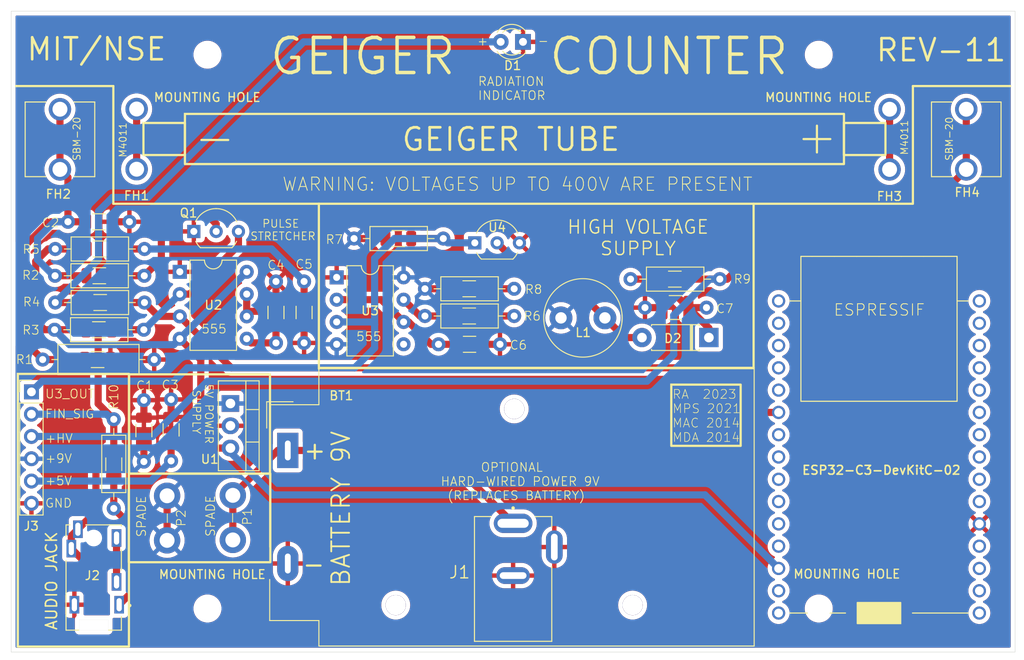
<source format=kicad_pcb>
(kicad_pcb (version 20240108) (generator "pcbnew") (generator_version "8.0")
  (title_block (title "REV-11") (company "Designed by Rhett Applestone") (comment 1 "Project of MIT-NSE"))
  (layers (0 "F.Cu" signal) (31 "B.Cu" signal) (34 "B.Paste" user) (35 "F.Paste" user) (36 "B.SilkS" user "B.Silkscreen") (37 "F.SilkS" user "F.Silkscreen") (38 "B.Mask" user) (39 "F.Mask" user) (44 "Edge.Cuts" user))
  (net 0 "")
  (net 1 "Net-(C2-Pad1)")
  (net 2 "BATT+")
  (net 3 "Net-(U2-CV)")
  (net 4 "Net-(U2-DIS)")
  (net 5 "Net-(U3-THR)")
  (net 6 "Net-(U3-DIS)")
  (net 7 "+9V")
  (net 9 "Net-(D2-K)")
  (net 10 "+5V")
  (net 11 "Net-(D1-A)")
  (net 12 "Net-(D2-A)")
  (net 13 "Net-(J2-Pad1)")
  (net 14 "Net-(Q1-C)")
  (net 15 "Net-(Q1-B)")
  (net 25 "unconnected-(U5-PadP$7)")
  (net 42 "GND")
  (net 44 "+HV")
  (net 45 "U3_OUT")
  (net 46 "FIN_SIG")
  (footprint "36-3530-ND:36-3530-ND" (layer "F.Cu") (at 197.64375 65.405 90)
    (property "Reference" "FH4" (at -6.045 0.10625 180) (layer "F.SilkS"))
    (property "Value" "~" (hide yes))
    (pad "1" thru_hole circle (at -3.43 0 90) (size 2.55 2.55) (drill 1.7) (layers "*.Cu" "*.Mask") (net 44 "+HV"))
    (pad "1" thru_hole circle (at 3.43 0 90) (size 2.55 2.55) (drill 1.7) (layers "*.Cu" "*.Mask") (net 44 "+HV"))
  )
  (footprint "THT-SMD:C_THT_SMD" (layer "F.Cu") (at 98.9 74.8)
    (property "Reference" "C2" (at -5.5 0.1 0) (layer "F.SilkS") (effects (font (thickness 0.1))))
    (property "Value" "47p" (hide yes))
    (pad "1" thru_hole circle (at -3.535446 0) (size 1.6 1.6) (drill 0.8) (layers "*.Cu" "*.Mask") (net 1 "Net-(C2-Pad1)"))
    (pad "1" smd roundrect (at -1.475 0) (size 1.15 1.8) (layers "F.Cu" "F.Paste" "F.Mask") (roundrect_rratio 0.217391) (net 1 "Net-(C2-Pad1)"))
    (pad "2" smd roundrect (at 1.475 0) (size 1.15 1.8) (layers "F.Cu" "F.Paste" "F.Mask") (roundrect_rratio 0.217391) (net 42 "GND"))
    (pad "2" thru_hole oval (at 3.464554 0) (size 1.6 1.6) (drill 0.8) (layers "*.Cu" "*.Mask") (net 42 "GND"))
  )
  (footprint "THT-SMD:R_SMALL" (layer "F.Cu") (at 164.5 81.332)
    (property "Reference" "R9" (at 7.65 -0.004425 0) (layer "F.SilkS") (effects (font (thickness 0.1))))
    (property "Value" "5.1M" (hide yes))
    (pad "1" thru_hole circle (at -5.08 0) (size 1.6 1.6) (drill 0.8) (layers "*.Cu" "*.Mask") (net 9 "Net-(D2-K)"))
    (pad "1" smd roundrect (at -1.5 0) (size 1.125 1.75) (layers "F.Cu" "F.Paste" "F.Mask") (roundrect_rratio 0.222222) (net 9 "Net-(D2-K)"))
    (pad "2" smd roundrect (at 1.425 0) (size 1.125 1.75) (layers "F.Cu" "F.Paste" "F.Mask") (roundrect_rratio 0.222222) (net 44 "+HV"))
    (pad "2" thru_hole oval (at 5.08 0) (size 1.6 1.6) (drill 0.8) (layers "*.Cu" "*.Mask") (net 44 "+HV"))
  )
  (footprint "Diode_THT:D_DO-41_SOD81_P7.62mm_Horizontal" (layer "F.Cu") (at 168.34 87.992 180)
    (property "Reference" "D2" (at 4.11 -0.1 0) (layer "F.SilkS"))
    (property "Value" "BA159" (hide yes))
    (pad "1" thru_hole rect (at 0 0 180) (size 2.2 2.2) (drill 1.1) (layers "*.Cu" "*.Mask") (net 9 "Net-(D2-K)"))
    (pad "2" thru_hole oval (at 7.62 0 180) (size 2.2 2.2) (drill 1.1) (layers "*.Cu" "*.Mask") (net 12 "Net-(D2-A)"))
  )
  (footprint "Inductor_THT:L_Radial_D8.7mm_P5.00mm_Fastron_07HCP" (layer "F.Cu") (at 151.5 85.75)
    (property "Reference" "L1" (at 2.525 1.675 180) (layer "F.SilkS"))
    (property "Value" "1mH")
    (pad "1" thru_hole circle (at 0 0) (size 2.6 2.6) (drill 1.3) (layers "*.Cu" "*.Mask") (net 7 "+9V"))
    (pad "2" thru_hole circle (at 5 0) (size 2.6 2.6) (drill 1.3) (layers "*.Cu" "*.Mask") (net 12 "Net-(D2-A)"))
  )
  (footprint "0197084013:0197084013" (layer "F.Cu") (at 114.14 108.51 90)
    (property "Reference" "P1" (at 0.1016 1.6472 90) (layer "F.SilkS") (effects (font (thickness 0.1))))
    (property "Value" "SPADE" (hide yes))
    (fp_text user "SPADE" (at -2.2352 -1.9596 90) (layer "F.SilkS") (effects (font (thickness 0.1)) (justify left bottom)))
    (pad "1" thru_hole circle (at -2.54 0 90) (size 3 3) (drill 1.7) (layers "*.Cu" "*.Mask") (net 2 "BATT+"))
    (pad "2" thru_hole circle (at 2.54 0 90) (size 3 3) (drill 1.7) (layers "*.Cu" "*.Mask") (net 2 "BATT+"))
  )
  (footprint "THT-SMD:R_SMALL" (layer "F.Cu") (at 98.976069 80.949413)
    (property "Reference" "R2" (at -7.846921 -0.059156 0) (layer "F.SilkS") (effects (font (thickness 0.1))))
    (property "Value" "10k" (hide yes))
    (pad "1" thru_hole circle (at -5.08 0) (size 1.6 1.6) (drill 0.8) (layers "*.Cu" "*.Mask") (net 1 "Net-(C2-Pad1)"))
    (pad "1" smd roundrect (at -1.5 0) (size 1.125 1.75) (layers "F.Cu" "F.Paste" "F.Mask") (roundrect_rratio 0.222222) (net 1 "Net-(C2-Pad1)"))
    (pad "2" smd roundrect (at 1.425 0) (size 1.125 1.75) (layers "F.Cu" "F.Paste" "F.Mask") (roundrect_rratio 0.222222) (net 15 "Net-(Q1-B)"))
    (pad "2" thru_hole oval (at 5.08 0) (size 1.6 1.6) (drill 0.8) (layers "*.Cu" "*.Mask") (net 15 "Net-(Q1-B)"))
  )
  (footprint "Package_DIP:DIP-8_W7.62mm" (layer "F.Cu") (at 125.96 81.135)
    (property "Reference" "U3" (at 3.8 3.8 0) (layer "F.SilkS"))
    (property "Value" "LMC555CN")
    (pad "1" thru_hole rect (at 0 0) (size 1.6 1.6) (drill 0.8) (layers "*.Cu" "*.Mask") (net 42 "GND"))
    (pad "2" thru_hole oval (at 0 2.54) (size 1.6 1.6) (drill 0.8) (layers "*.Cu" "*.Mask") (net 5 "Net-(U3-THR)"))
    (pad "3" thru_hole oval (at 0 5.08) (size 1.6 1.6) (drill 0.8) (layers "*.Cu" "*.Mask") (net 45 "U3_OUT"))
    (pad "4" thru_hole oval (at 0 7.62) (size 1.6 1.6) (drill 0.8) (layers "*.Cu" "*.Mask") (net 7 "+9V"))
    (pad "5" thru_hole oval (at 7.62 7.62) (size 1.6 1.6) (drill 0.8) (layers "*.Cu" "*.Mask"))
    (pad "6" thru_hole oval (at 7.62 5.08) (size 1.6 1.6) (drill 0.8) (layers "*.Cu" "*.Mask") (net 5 "Net-(U3-THR)"))
    (pad "7" thru_hole oval (at 7.62 2.54) (size 1.6 1.6) (drill 0.8) (layers "*.Cu" "*.Mask") (net 6 "Net-(U3-DIS)"))
    (pad "8" thru_hole oval (at 7.62 0) (size 1.6 1.6) (drill 0.8) (layers "*.Cu" "*.Mask") (net 7 "+9V"))
  )
  (footprint "36-3530-ND:36-3530-ND" (layer "F.Cu") (at 188.9125 65.405 90)
    (property "Reference" "FH3" (at -6.5 -0.0125 180) (layer "F.SilkS"))
    (property "Value" "~" (hide yes))
    (pad "1" thru_hole circle (at -3.43 0 90) (size 2.55 2.55) (drill 1.7) (layers "*.Cu" "*.Mask") (net 44 "+HV"))
    (pad "1" thru_hole circle (at 3.43 0 90) (size 2.55 2.55) (drill 1.7) (layers "*.Cu" "*.Mask") (net 44 "+HV"))
  )
  (footprint "THT-SMD:R_SMALL" (layer "F.Cu") (at 133.02 76.71)
    (property "Reference" "R7" (at -7.33 0.11 0) (layer "F.SilkS") (effects (font (thickness 0.1))))
    (property "Value" "10k" (hide yes))
    (pad "1" thru_hole circle (at -5.08 0) (size 1.6 1.6) (drill 0.8) (layers "*.Cu" "*.Mask") (net 7 "+9V"))
    (pad "1" smd roundrect (at -1.5 0) (size 1.125 1.75) (layers "F.Cu" "F.Paste" "F.Mask") (roundrect_rratio 0.222222) (net 7 "+9V"))
    (pad "2" smd roundrect (at 1.425 0) (size 1.125 1.75) (layers "F.Cu" "F.Paste" "F.Mask") (roundrect_rratio 0.222222) (net 45 "U3_OUT"))
    (pad "2" thru_hole oval (at 5.08 0) (size 1.6 1.6) (drill 0.8) (layers "*.Cu" "*.Mask") (net 45 "U3_OUT"))
  )
  (footprint "LED_THT:LED_D3.0mm" (layer "F.Cu") (at 147.175 54.3 180)
    (property "Reference" "D1" (at 1.175 -2.7 0) (layer "F.SilkS"))
    (property "Value" "LED" (hide yes))
    (pad "1" thru_hole rect (at 0 0 180) (size 1.8 1.8) (drill 0.9) (layers "*.Cu" "*.Mask") (net 42 "GND"))
    (pad "2" thru_hole circle (at 2.54 0 180) (size 1.8 1.8) (drill 0.9) (layers "*.Cu" "*.Mask") (net 11 "Net-(D1-A)"))
  )
  (footprint "ESP32-C3-DevKitC-02:ESP32-C3-DevKitC-02" (layer "F.Cu") (at 188.976 101.6)
    (property "Reference" "U5" (hide yes))
    (property "Value" "ESP32-C3-DEVKITC-02HOLES")
    (fp_text user "ESP32-C3-DevKitC-02" (at -1 1.5 0) (layer "F.SilkS") (effects (font (thickness 0.1778) (bold yes))))
    (fp_text user "ESPRESSIF" (at -6.5 -16 0) (layer "F.SilkS") (effects (font (size 1.3 1.3) (thickness 0.1)) (justify left bottom)))
    (pad "P$1" thru_hole circle (at -12.7 -17.78) (size 1.508 1.508) (drill 1) (layers "*.Cu" "*.Mask"))
    (pad "P$2" thru_hole circle (at -12.7 -15.24) (size 1.508 1.508) (drill 1) (layers "*.Cu" "*.Mask"))
    (pad "P$3" thru_hole circle (at -12.7 -12.7) (size 1.508 1.508) (drill 1) (layers "*.Cu" "*.Mask"))
    (pad "P$4" thru_hole circle (at -12.7 -10.16) (size 1.508 1.508) (drill 1) (layers "*.Cu" "*.Mask"))
    (pad "P$5" thru_hole circle (at -12.7 -7.62) (size 1.508 1.508) (drill 1) (layers "*.Cu" "*.Mask"))
    (pad "P$6" thru_hole circle (at -12.7 -5.08) (size 1.508 1.508) (drill 1) (layers "*.Cu" "*.Mask") (net 46 "FIN_SIG"))
    (pad "P$7" thru_hole circle (at -12.7 -2.54) (size 1.508 1.508) (drill 1) (layers "*.Cu" "*.Mask") (net 25 "unconnected-(U5-PadP$7)"))
    (pad "P$8" thru_hole circle (at -12.7 0) (size 1.508 1.508) (drill 1) (layers "*.Cu" "*.Mask"))
    (pad "P$9" thru_hole circle (at -12.7 2.54) (size 1.508 1.508) (drill 1) (layers "*.Cu" "*.Mask"))
    (pad "P$10" thru_hole circle (at -12.7 5.08) (size 1.508 1.508) (drill 1) (layers "*.Cu" "*.Mask"))
    (pad "P$11" thru_hole circle (at -12.7 7.62) (size 1.508 1.508) (drill 1) (layers "*.Cu" "*.Mask"))
    (pad "P$12" thru_hole circle (at -12.7 10.16) (size 1.508 1.508) (drill 1) (layers "*.Cu" "*.Mask"))
    (pad "P$13" thru_hole circle (at -12.7 12.7) (size 1.508 1.508) (drill 1) (layers "*.Cu" "*.Mask") (net 10 "+5V"))
    (pad "P$14" thru_hole circle (at -12.7 15.24) (size 1.508 1.508) (drill 1) (layers "*.Cu" "*.Mask"))
    (pad "P$15" thru_hole circle (at -12.7 17.78) (size 1.508 1.508) (drill 1) (layers "*.Cu" "*.Mask"))
    (pad "P$16" thru_hole circle (at 10.16 -17.78) (size 1.508 1.508) (drill 1) (layers "*.Cu" "*.Mask"))
    (pad "P$17" thru_hole circle (at 10.16 -15.24) (size 1.508 1.508) (drill 1) (layers "*.Cu" "*.Mask"))
    (pad "P$18" thru_hole circle (at 10.16 -12.7) (size 1.508 1.508) (drill 1) (layers "*.Cu" "*.Mask"))
    (pad "P$19" thru_hole circle (at 10.16 -10.16) (size 1.508 1.508) (drill 1) (layers "*.Cu" "*.Mask"))
    (pad "P$20" thru_hole circle (at 10.16 -7.62) (size 1.508 1.508) (drill 1) (layers "*.Cu" "*.Mask"))
    (pad "P$21" thru_hole circle (at 10.16 -5.08) (size 1.508 1.508) (drill 1) (layers "*.Cu" "*.Mask"))
    (pad "P$22" thru_hole circle (at 10.16 -2.54) (size 1.508 1.508) (drill 1) (layers "*.Cu" "*.Mask"))
    (pad "P$23" thru_hole circle (at 10.16 0) (size 1.508 1.508) (drill 1) (layers "*.Cu" "*.Mask"))
    (pad "P$24" thru_hole circle (at 10.16 2.54) (size 1.508 1.508) (drill 1) (layers "*.Cu" "*.Mask"))
    (pad "P$25" thru_hole circle (at 10.16 5.08) (size 1.508 1.508) (drill 1) (layers "*.Cu" "*.Mask"))
    (pad "P$26" thru_hole circle (at 10.16 7.62) (size 1.508 1.508) (drill 1) (layers "*.Cu" "*.Mask") (net 42 "GND"))
    (pad "P$27" thru_hole circle (at 10.16 10.16) (size 1.508 1.508) (drill 1) (layers "*.Cu" "*.Mask"))
    (pad "P$28" thru_hole circle (at 10.16 12.7) (size 1.508 1.508) (drill 1) (layers "*.Cu" "*.Mask"))
    (pad "P$29" thru_hole circle (at 10.16 15.24) (size 1.508 1.508) (drill 1) (layers "*.Cu" "*.Mask"))
    (pad "P$30" thru_hole circle (at 10.16 17.78) (size 1.508 1.508) (drill 1) (layers "*.Cu" "*.Mask"))
  )
  (footprint "THT-SMD:C_THT_SMD" (layer "F.Cu") (at 122.251741 85.135446 -90)
    (property "Reference" "C5" (at -5.5 0 0) (layer "F.SilkS") (effects (font (thickness 0.1))))
    (property "Value" "220n" (hide yes))
    (pad "1" thru_hole circle (at -3.535446 0 270) (size 1.6 1.6) (drill 0.8) (layers "*.Cu" "*.Mask") (net 4 "Net-(U2-DIS)"))
    (pad "1" smd roundrect (at -1.475 0 270) (size 1.15 1.8) (layers "F.Cu" "F.Paste" "F.Mask") (roundrect_rratio 0.217391) (net 4 "Net-(U2-DIS)"))
    (pad "2" smd roundrect (at 1.475 0 270) (size 1.15 1.8) (layers "F.Cu" "F.Paste" "F.Mask") (roundrect_rratio 0.217391) (net 42 "GND"))
    (pad "2" thru_hole oval (at 3.464554 0 270) (size 1.6 1.6) (drill 0.8) (layers "*.Cu" "*.Mask") (net 42 "GND"))
  )
  (footprint "MPD_EJ508A:MPD_EJ508A" (layer "F.Cu") (at 146.05 111.8616)
    (property "Reference" "J1" (at -6.096 2.8702 0) (layer "F.SilkS") (effects (font (size 1.4 1.4))))
    (property "Value" "EJ508A (PWR)" (hide yes))
    (pad "1" thru_hole oval (at 0 -2.705) (size 4.4 2.2) (drill oval 3.56 1.02) (layers "*.Cu" "*.Mask") (net 2 "BATT+"))
    (pad "2" thru_hole oval (at 0 3.25) (size 3.8 1.9) (drill oval 3.05 0.76) (layers "*.Cu" "*.Mask") (net 42 "GND"))
    (pad "3" thru_hole oval (at 4.69 0) (size 1.9 3.8) (drill oval 0.76 3.05) (layers "*.Cu" "*.Mask") (net 42 "GND"))
  )
  (footprint "Connector_PinHeader_2.54mm:PinHeader_1x06_P2.54mm_Vertical" (layer "F.Cu") (at 91.21 94.18)
    (property "Reference" "J3" (at -0.024 15.294 0) (layer "F.SilkS"))
    (property "Value" "~" (hide yes))
    (pad "1" thru_hole rect (at 0 0) (size 1.7 1.7) (drill 1) (layers "*.Cu" "*.Mask") (net 45 "U3_OUT"))
    (pad "2" thru_hole oval (at 0 2.54) (size 1.7 1.7) (drill 1) (layers "*.Cu" "*.Mask") (net 46 "FIN_SIG"))
    (pad "3" thru_hole oval (at 0 5.08) (size 1.7 1.7) (drill 1) (layers "*.Cu" "*.Mask") (net 44 "+HV"))
    (pad "4" thru_hole oval (at 0 7.62) (size 1.7 1.7) (drill 1) (layers "*.Cu" "*.Mask") (net 7 "+9V"))
    (pad "5" thru_hole oval (at 0 10.16) (size 1.7 1.7) (drill 1) (layers "*.Cu" "*.Mask") (net 10 "+5V"))
    (pad "6" thru_hole oval (at 0 12.7) (size 1.7 1.7) (drill 1) (layers "*.Cu" "*.Mask") (net 42 "GND"))
  )
  (footprint "MountingHole:MountingHole_2.7mm" (layer "F.Cu") (at 180.848 118.8625)
    (property "Reference" "MOUNTING HOLE" (at 3.2004 -3.9275 0) (layer "F.SilkS"))
    (property "Value" "MountingHole_2.7mm")
    (pad "" np_thru_hole circle (at 0 0) (size 2.7 2.7) (drill 2.7) (layers "*.Cu" "*.Mask"))
  )
  (footprint "THT-SMD:C_THT_SMD" (layer "F.Cu") (at 119.051741 85.135446 -90)
    (property "Reference" "C4" (at -5.4 0 0) (layer "F.SilkS") (effects (font (thickness 0.1))))
    (property "Value" "10n" (hide yes))
    (pad "1" thru_hole circle (at -3.535446 0 270) (size 1.6 1.6) (drill 0.8) (layers "*.Cu" "*.Mask") (net 42 "GND"))
    (pad "1" smd roundrect (at -1.475 0 270) (size 1.15 1.8) (layers "F.Cu" "F.Paste" "F.Mask") (roundrect_rratio 0.217391) (net 42 "GND"))
    (pad "2" smd roundrect (at 1.475 0 270) (size 1.15 1.8) (layers "F.Cu" "F.Paste" "F.Mask") (roundrect_rratio 0.217391) (net 3 "Net-(U2-CV)"))
    (pad "2" thru_hole oval (at 3.464554 0 270) (size 1.6 1.6) (drill 0.8) (layers "*.Cu" "*.Mask") (net 3 "Net-(U2-CV)"))
  )
  (footprint "MountingHole:MountingHole_2.7mm" (layer "F.Cu") (at 111.252 118.8625)
    (property "Reference" "MOUNTING HOLE" (at 0.548 -3.8767 0) (layer "F.SilkS"))
    (property "Value" "MountingHole_2.7mm")
    (pad "" np_thru_hole circle (at 0 0) (size 2.7 2.7) (drill 2.7) (layers "*.Cu" "*.Mask"))
  )
  (footprint "THT-SMD:CHV" (layer "F.Cu") (at 164.35 84.582 180)
    (property "Reference" "C7" (at -5.802564 -0.11 0) (layer "F.SilkS") (effects (font (thickness 0.1))))
    (property "Value" "4.7n" (hide yes))
    (pad "1" thru_hole circle (at -3.714871 0 180) (size 1.6 1.6) (drill 0.8) (layers "*.Cu" "*.Mask") (net 9 "Net-(D2-K)"))
    (pad "1" smd roundrect (at -1.654425 0 180) (size 1.15 2.7) (layers "F.Cu" "F.Paste" "F.Mask") (roundrect_rratio 0.217391) (net 9 "Net-(D2-K)"))
    (pad "2" smd roundrect (at 1.295575 0 180) (size 1.15 2.7) (layers "F.Cu" "F.Paste" "F.Mask") (roundrect_rratio 0.217391) (net 42 "GND"))
    (pad "2" thru_hole oval (at 3.285129 0 180) (size 1.6 1.6) (drill 0.8) (layers "*.Cu" "*.Mask") (net 42 "GND"))
  )
  (footprint "36-3530-ND:36-3530-ND" (layer "F.Cu") (at 94.45625 65.405 -90)
    (property "Reference" "FH2" (at 6.245 0.18125 180) (layer "F.SilkS"))
    (property "Value" "~" (hide yes))
    (pad "1" thru_hole circle (at -3.43 0 270) (size 2.55 2.55) (drill 1.7) (layers "*.Cu" "*.Mask") (net 1 "Net-(C2-Pad1)"))
    (pad "1" thru_hole circle (at 3.43 0 270) (size 2.55 2.55) (drill 1.7) (layers "*.Cu" "*.Mask") (net 1 "Net-(C2-Pad1)"))
  )
  (footprint "THT-SMD:C_THT_SMD" (layer "F.Cu") (at 107.11 98.51 90)
    (property "Reference" "C3" (at 5.117003 -0.097609 0) (layer "F.SilkS") (effects (font (thickness 0.1))))
    (property "Value" "10u" (hide yes))
    (pad "1" thru_hole circle (at -3.535446 0 90) (size 1.6 1.6) (drill 0.8) (layers "*.Cu" "*.Mask") (net 10 "+5V"))
    (pad "1" smd roundrect (at -1.475 0 90) (size 1.15 1.8) (layers "F.Cu" "F.Paste" "F.Mask") (roundrect_rratio 0.217391) (net 10 "+5V"))
    (pad "2" smd roundrect (at 1.475 0 90) (size 1.15 1.8) (layers "F.Cu" "F.Paste" "F.Mask") (roundrect_rratio 0.217391) (net 42 "GND"))
    (pad "2" thru_hole oval (at 3.464554 0 90) (size 1.6 1.6) (drill 0.8) (layers "*.Cu" "*.Mask") (net 42 "GND"))
  )
  (footprint "Package_TO_SOT_THT:TO-92_Inline_Wide" (layer "F.Cu") (at 109.7 75.9)
    (property "Reference" "Q1" (at -0.6 -2.1 0) (layer "F.SilkS"))
    (property "Value" "2N3904")
    (pad "1" thru_hole rect (at 0 0) (size 1.5 1.5) (drill 0.8) (layers "*.Cu" "*.Mask") (net 42 "GND"))
    (pad "2" thru_hole circle (at 2.54 0) (size 1.5 1.5) (drill 0.8) (layers "*.Cu" "*.Mask") (net 15 "Net-(Q1-B)"))
    (pad "3" thru_hole circle (at 5.08 0) (size 1.5 1.5) (drill 0.8) (layers "*.Cu" "*.Mask") (net 14 "Net-(Q1-C)"))
  )
  (footprint "THT-SMD:R_SMALL" (layer "F.Cu") (at 99 77.9)
    (property "Reference" "R5" (at -7.821921 0.040844 0) (layer "F.SilkS") (effects (font (thickness 0.1))))
    (property "Value" "6.2K" (hide yes))
    (pad "1" thru_hole circle (at -5.08 0) (size 1.6 1.6) (drill 0.8) (layers "*.Cu" "*.Mask") (net 10 "+5V"))
    (pad "1" smd roundrect (at -1.5 0) (size 1.125 1.75) (layers "F.Cu" "F.Paste" "F.Mask") (roundrect_rratio 0.222222) (net 10 "+5V"))
    (pad "2" smd roundrect (at 1.425 0) (size 1.125 1.75) (layers "F.Cu" "F.Paste" "F.Mask") (roundrect_rratio 0.222222) (net 4 "Net-(U2-DIS)"))
    (pad "2" thru_hole oval (at 5.08 0) (size 1.6 1.6) (drill 0.8) (layers "*.Cu" "*.Mask") (net 4 "Net-(U2-DIS)"))
  )
  (footprint "0197084013:0197084013" (layer "F.Cu") (at 106.6546 108.5582 90)
    (property "Reference" "P2" (at 0 1.6002 90) (layer "F.SilkS") (effects (font (thickness 0.1))))
    (property "Value" "SPADE" (hide yes))
    (fp_text user "SPADE" (at -2.2352 -2.3368 90) (layer "F.SilkS") (effects (font (thickness 0.1)) (justify left bottom)))
    (pad "1" thru_hole circle (at -2.54 0 90) (size 3 3) (drill 1.7) (layers "*.Cu" "*.Mask") (net 7 "+9V"))
    (pad "2" thru_hole circle (at 2.54 0 90) (size 3 3) (drill 1.7) (layers "*.Cu" "*.Mask") (net 7 "+9V"))
  )
  (footprint "MountingHole:MountingHole_2.7mm" (layer "F.Cu") (at 180.848 55.7625)
    (property "Reference" "MOUNTING HOLE" (at -0.0254 4.8673 0) (layer "F.SilkS"))
    (property "Value" "MountingHole_2.7mm")
    (pad "" np_thru_hole circle (at 0 0) (size 2.7 2.7) (drill 2.7) (layers "*.Cu" "*.Mask"))
  )
  (footprint "Package_TO_SOT_THT:TO-220-3_Vertical" (layer "F.Cu") (at 113.863 95.504 -90)
    (property "Reference" "U1" (at 6.35 2.357 180) (layer "F.SilkS"))
    (property "Value" "NJM78M05FA" (hide yes))
    (pad "1" thru_hole rect (at 0 0 270) (size 1.905 2) (drill 1.1) (layers "*.Cu" "*.Mask") (net 7 "+9V"))
    (pad "2" thru_hole oval (at 2.54 0 270) (size 1.905 2) (drill 1.1) (layers "*.Cu" "*.Mask") (net 42 "GND"))
    (pad "3" thru_hole oval (at 5.08 0 270) (size 1.905 2) (drill 1.1) (layers "*.Cu" "*.Mask") (net 10 "+5V"))
  )
  (footprint "THT-SMD:R_SMALL" (layer "F.Cu") (at 98.925 87.1)
    (property "Reference" "R3" (at -7.771921 0.040844 0) (layer "F.SilkS") (effects (font (thickness 0.1))))
    (property "Value" "1k" (hide yes))
    (pad "1" thru_hole circle (at -5.08 0) (size 1.6 1.6) (drill 0.8) (layers "*.Cu" "*.Mask") (net 10 "+5V"))
    (pad "1" smd roundrect (at -1.5 0) (size 1.125 1.75) (layers "F.Cu" "F.Paste" "F.Mask") (roundrect_rratio 0.222222) (net 10 "+5V"))
    (pad "2" smd roundrect (at 1.425 0) (size 1.125 1.75) (layers "F.Cu" "F.Paste" "F.Mask") (roundrect_rratio 0.222222) (net 14 "Net-(Q1-C)"))
    (pad "2" thru_hole oval (at 5.08 0) (size 1.6 1.6) (drill 0.8) (layers "*.Cu" "*.Mask") (net 14 "Net-(Q1-C)"))
  )
  (footprint "Package_TO_SOT_THT:TO-92_Inline_Wide" (layer "F.Cu") (at 141.69 77.2)
    (property "Reference" "U4" (at 2.54 -1.76 0) (layer "F.SilkS"))
    (property "Value" "STQ" (hide yes))
    (pad "1" thru_hole rect (at 0 0) (size 1.5 1.5) (drill 0.8) (layers "*.Cu" "*.Mask") (net 45 "U3_OUT"))
    (pad "2" thru_hole circle (at 2.54 0) (size 1.5 1.5) (drill 0.8) (layers "*.Cu" "*.Mask") (net 12 "Net-(D2-A)"))
    (pad "3" thru_hole circle (at 5.08 0) (size 1.5 1.5) (drill 0.8) (layers "*.Cu" "*.Mask") (net 42 "GND"))
  )
  (footprint "THT-SMD:R_SMALL" (layer "F.Cu") (at 100.584 102.386 90)
    (property "Reference" "R10" (at 7.632 0 90) (layer "F.SilkS") (effects (font (thickness 0.1))))
    (property "Value" "4.7k" (hide yes))
    (pad "1" thru_hole circle (at -5.08 0 90) (size 1.6 1.6) (drill 0.8) (layers "*.Cu" "*.Mask") (net 13 "Net-(J2-Pad1)"))
    (pad "1" smd roundrect (at -1.5 0 90) (size 1.125 1.75) (layers "F.Cu" "F.Paste" "F.Mask") (roundrect_rratio 0.222222) (net 13 "Net-(J2-Pad1)"))
    (pad "2" smd roundrect (at 1.425 0 90) (size 1.125 1.75) (layers "F.Cu" "F.Paste" "F.Mask") (roundrect_rratio 0.222222) (net 46 "FIN_SIG"))
    (pad "2" thru_hole oval (at 5.08 0 90) (size 1.6 1.6) (drill 0.8) (layers "*.Cu" "*.Mask") (net 46 "FIN_SIG"))
  )
  (footprint "Battery:BatteryHolder_MPD_BA9VPC_1xPP3" (layer "F.Cu") (at 120.396 100.8554)
    (property "Reference" "BT1" (at 6.096 -6.2404 0) (layer "F.SilkS"))
    (property "Value" "Battery" (hide yes))
    (fp_text user "+" (at 1.651 -0.0174 0) (layer "F.SilkS") (effects (font (size 2.032 2.032) (thickness 0.254) (bold yes)) (justify left)))
    (fp_text user "-" (at 1.524 12.962 0) (layer "F.SilkS") (effects (font (size 2.032 2.032) (thickness 0.254)) (justify left)))
    (pad "" np_thru_hole circle (at 12.29 17.62) (size 2.3 2.3) (drill 2.29) (layers "*.Cu" "*.Mask"))
    (pad "" np_thru_hole circle (at 25.78 -4.73) (size 2.3 2.3) (drill 2.29) (layers "*.Cu" "*.Mask"))
    (pad "" np_thru_hole circle (at 39.26 17.62) (size 2.3 2.3) (drill 2.29) (layers "*.Cu" "*.Mask"))
    (pad "1" thru_hole rect (at 0 0) (size 2.41 4.02) (drill oval 0.66 2.27) (layers "*.Cu" "*.Mask") (net 2 "BATT+"))
    (pad "2" thru_hole oval (at 0 12.88) (size 2.41 4.02) (drill oval 0.66 2.27) (layers "*.Cu" "*.Mask") (net 42 "GND"))
  )
  (footprint "THT-SMD:R_SMALL" (layer "F.Cu") (at 141.09 85.535)
    (property "Reference" "R6" (at 7.14 0.01 0) (layer "F.SilkS") (effects (font (thickness 0.1))))
    (property "Value" "R_US" (hide yes))
    (pad "1" thru_hole circle (at -5.08 0) (size 1.6 1.6) (drill 0.8) (layers "*.Cu" "*.Mask") (net 6 "Net-(U3-DIS)"))
    (pad "1" smd roundrect (at -1.5 0) (size 1.125 1.75) (layers "F.Cu" "F.Paste" "F.Mask") (roundrect_rratio 0.222222) (net 6 "Net-(U3-DIS)"))
    (pad "2" smd roundrect (at 1.425 0) (size 1.125 1.75) (layers "F.Cu" "F.Paste" "F.Mask") (roundrect_rratio 0.222222) (net 5 "Net-(U3-THR)"))
    (pad "2" thru_hole oval (at 5.08 0) (size 1.6 1.6) (drill 0.8) (layers "*.Cu" "*.Mask") (net 5 "Net-(U3-THR)"))
  )
  (footprint "THT-SMD:C_THT_SMD" (layer "F.Cu") (at 104.012391 98.592997 90)
    (property "Reference" "C1" (at 5.120997 0.1 0) (layer "F.SilkS") (effects (font (thickness 0.1))))
    (property "Value" "10u" (hide yes))
    (pad "1" thru_hole circle (at -3.535446 0 90) (size 1.6 1.6) (drill 0.8) (layers "*.Cu" "*.Mask") (net 7 "+9V"))
    (pad "1" smd roundrect (at -1.475 0 90) (size 1.15 1.8) (layers "F.Cu" "F.Paste" "F.Mask") (roundrect_rratio 0.217391) (net 7 "+9V"))
    (pad "2" smd roundrect (at 1.475 0 90) (size 1.15 1.8) (layers "F.Cu" "F.Paste" "F.Mask") (roundrect_rratio 0.217391) (net 42 "GND"))
    (pad "2" thru_hole oval (at 3.464554 0 90) (size 1.6 1.6) (drill 0.8) (layers "*.Cu" "*.Mask") (net 42 "GND"))
  )
  (footprint "54-00298:54-00298" (layer "F.Cu") (at 98.298 116.332)
    (property "Reference" "J2" (at -0.1537 -1.2216 0) (layer "F.SilkS"))
    (property "Value" "54-00298" (hide yes))
    (fp_line (start -1.65 3.8) (end 1.65 3.8) (stroke (width 0.01)) (layer "Edge.Cuts"))
    (fp_line (start -1.65 5) (end -1.65 3.8) (stroke (width 0.01)) (layer "Edge.Cuts"))
    (fp_line (start 1.65 3.8) (end 1.65 5) (stroke (width 0.01)) (layer "Edge.Cuts"))
    (fp_line (start 1.65 5) (end -1.65 5) (stroke (width 0.01)) (layer "Edge.Cuts"))
    (pad "" np_thru_hole circle (at 0 -5.5) (size 1.4 1.4) (drill 1.4) (layers "*.Cu" "*.Mask"))
    (pad "1" thru_hole rect (at 2.9 2.1) (size 1.1 2) (drill oval 0.6 1.5) (layers "*.Cu" "*.Mask") (net 13 "Net-(J2-Pad1)"))
    (pad "2" thru_hole rect (at -2.2 2.1) (size 1.1 2) (drill oval 0.6 1.5) (layers "*.Cu" "*.Mask") (net 42 "GND"))
    (pad "3" thru_hole rect (at 2.6 -0.5) (size 1.1 2) (drill oval 0.6 1.5) (layers "*.Cu" "*.Mask") (net 46 "FIN_SIG"))
    (pad "4" thru_hole rect (at -2.55 -4.3) (size 1.1 2) (drill oval 0.6 1.5) (layers "*.Cu" "*.Mask") (net 46 "FIN_SIG"))
    (pad "5" thru_hole rect (at -1.8 -6.5) (size 1.1 2) (drill oval 0.6 1.5) (layers "*.Cu" "*.Mask") (net 46 "FIN_SIG"))
    (pad "6" thru_hole rect (at 2.6 -5.5) (size 1.1 2) (drill oval 0.6 1.5) (layers "*.Cu" "*.Mask") (net 46 "FIN_SIG"))
  )
  (footprint "Package_DIP:DIP-8_W7.62mm" (layer "F.Cu") (at 108.1 80.5)
    (property "Reference" "U2" (at 3.8278 3.793 0) (layer "F.SilkS"))
    (property "Value" "LMC555CN" (hide yes))
    (pad "1" thru_hole rect (at 0 0) (size 1.6 1.6) (drill 0.8) (layers "*.Cu" "*.Mask") (net 42 "GND"))
    (pad "2" thru_hole oval (at 0 2.54) (size 1.6 1.6) (drill 0.8) (layers "*.Cu" "*.Mask") (net 14 "Net-(Q1-C)"))
    (pad "3" thru_hole oval (at 0 5.08) (size 1.6 1.6) (drill 0.8) (layers "*.Cu" "*.Mask") (net 46 "FIN_SIG"))
    (pad "4" thru_hole oval (at 0 7.62) (size 1.6 1.6) (drill 0.8) (layers "*.Cu" "*.Mask") (net 10 "+5V"))
    (pad "5" thru_hole oval (at 7.62 7.62) (size 1.6 1.6) (drill 0.8) (layers "*.Cu" "*.Mask") (net 3 "Net-(U2-CV)"))
    (pad "6" thru_hole oval (at 7.62 5.08) (size 1.6 1.6) (drill 0.8) (layers "*.Cu" "*.Mask") (net 4 "Net-(U2-DIS)"))
    (pad "7" thru_hole oval (at 7.62 2.54) (size 1.6 1.6) (drill 0.8) (layers "*.Cu" "*.Mask") (net 4 "Net-(U2-DIS)"))
    (pad "8" thru_hole oval (at 7.62 0) (size 1.6 1.6) (drill 0.8) (layers "*.Cu" "*.Mask") (net 10 "+5V"))
  )
  (footprint "THT-SMD:C_THT_SMD" (layer "F.Cu") (at 141.09 88.76)
    (property "Reference" "C6" (at 5.56 0.095 0) (layer "F.SilkS") (effects (font (thickness 0.1))))
    (property "Value" "C" (hide yes))
    (pad "1" thru_hole circle (at -3.535446 0) (size 1.6 1.6) (drill 0.8) (layers "*.Cu" "*.Mask") (net 5 "Net-(U3-THR)"))
    (pad "1" smd roundrect (at -1.475 0) (size 1.15 1.8) (layers "F.Cu" "F.Paste" "F.Mask") (roundrect_rratio 0.217391) (net 5 "Net-(U3-THR)"))
    (pad "2" smd roundrect (at 1.475 0) (size 1.15 1.8) (layers "F.Cu" "F.Paste" "F.Mask") (roundrect_rratio 0.217391) (net 42 "GND"))
    (pad "2" thru_hole oval (at 3.464554 0) (size 1.6 1.6) (drill 0.8) (layers "*.Cu" "*.Mask") (net 42 "GND"))
  )
  (footprint "36-3530-ND:36-3530-ND" (layer "F.Cu") (at 103.1875 65.3796 -90)
    (property "Reference" "FH1" (at 6.4454 0.0125 180) (layer "F.SilkS"))
    (property "Value" "~" (hide yes))
    (pad "1" thru_hole circle (at -3.43 0 270) (size 2.55 2.55) (drill 1.7) (layers "*.Cu" "*.Mask") (net 1 "Net-(C2-Pad1)"))
    (pad "1" thru_hole circle (at 3.43 0 270) (size 2.55 2.55) (drill 1.7) (layers "*.Cu" "*.Mask") (net 1 "Net-(C2-Pad1)"))
  )
  (footprint "THT-SMD:R_BIG" (layer "F.Cu") (at 98.8375 90.497071)
    (property "Reference" "R1" (at -8.425 0 0) (layer "F.SilkS") (effects (font (thickness 0.1))))
    (property "Value" "5.1k" (hide yes))
    (pad "1" thru_hole circle (at -6.35 0) (size 1.6 1.6) (drill 0.8) (layers "*.Cu" "*.Mask") (net 1 "Net-(C2-Pad1)"))
    (pad "1" smd roundrect (at -1.5625 0) (size 1.125 1.75) (layers "F.Cu" "F.Paste" "F.Mask") (roundrect_rratio 0.222222) (net 1 "Net-(C2-Pad1)"))
    (pad "2" smd roundrect (at 1.3625 0) (size 1.125 1.75) (layers "F.Cu" "F.Paste" "F.Mask") (roundrect_rratio 0.222222) (net 42 "GND"))
    (pad "2" thru_hole oval (at 6.35 0) (size 1.6 1.6) (drill 0.8) (layers "*.Cu" "*.Mask") (net 42 "GND"))
  )
  (footprint "THT-SMD:R_SMALL" (layer "F.Cu") (at 141.09 82.435)
    (property "Reference" "R8" (at 7.3 0.07 0) (layer "F.SilkS") (effects (font (thickness 0.1))))
    (property "Value" "R_US" (hide yes))
    (pad "1" thru_hole circle (at -5.08 0) (size 1.6 1.6) (drill 0.8) (layers "*.Cu" "*.Mask") (net 7 "+9V"))
    (pad "1" smd roundrect (at -1.5 0) (size 1.125 1.75) (layers "F.Cu" "F.Paste" "F.Mask") (roundrect_rratio 0.222222) (net 7 "+9V"))
    (pad "2" smd roundrect (at 1.425 0) (size 1.125 1.75) (layers "F.Cu" "F.Paste" "F.Mask") (roundrect_rratio 0.222222) (net 6 "Net-(U3-DIS)"))
    (pad "2" thru_hole oval (at 5.08 0) (size 1.6 1.6) (drill 0.8) (layers "*.Cu" "*.Mask") (net 6 "Net-(U3-DIS)"))
  )
  (footprint "MountingHole:MountingHole_2.7mm" (layer "F.Cu") (at 111.252 55.7625)
    (property "Reference" "MOUNTING HOLE" (at -0.0254 4.8673 0) (layer "F.SilkS"))
    (property "Value" "MountingHole_2.7mm")
    (pad "" np_thru_hole circle (at 0 0) (size 2.7 2.7) (drill 2.7) (layers "*.Cu" "*.Mask"))
  )
  (footprint "THT-SMD:R_SMALL" (layer "F.Cu") (at 99 84 180)
    (property "Reference" "R4" (at 7.771921 0.059156 0) (layer "F.SilkS") (effects (font (thickness 0.1))))
    (property "Value" "75" (hide yes))
    (pad "1" thru_hole circle (at -5.08 0 180) (size 1.6 1.6) (drill 0.8) (layers "*.Cu" "*.Mask") (net 46 "FIN_SIG"))
    (pad "1" smd roundrect (at -1.5 0 180) (size 1.125 1.75) (layers "F.Cu" "F.Paste" "F.Mask") (roundrect_rratio 0.222222) (net 46 "FIN_SIG"))
    (pad "2" smd roundrect (at 1.425 0 180) (size 1.125 1.75) (layers "F.Cu" "F.Paste" "F.Mask") (roundrect_rratio 0.222222) (net 11 "Net-(D1-A)"))
    (pad "2" thru_hole oval (at 5.08 0 180) (size 1.6 1.6) (drill 0.8) (layers "*.Cu" "*.Mask") (net 11 "Net-(D1-A)"))
  )
  (gr_line (start 123.936 91.5454) (end 123.936 72.7456) (stroke (width 0.254)) (layer "F.SilkS"))
  (gr_rect (start 164.058 93.355) (end 171.958 100.33) (stroke (width 0.254)) (fill none) (layer "F.SilkS"))
  (gr_line (start 173.4312 91.44) (end 173.4312 72.75) (stroke (width 0.254)) (layer "F.SilkS"))
  (gr_line (start 191.5668 72.7202) (end 191.5668 59.3344) (stroke (width 0.254)) (layer "F.SilkS"))
  (gr_line (start 89.4588 59.3344) (end 100.5332 59.3344) (stroke (width 0.254)) (layer "F.SilkS"))
  (gr_line (start 191.5668 59.3344) (end 202.6412 59.3344) (stroke (width 0.254)) (layer "F.SilkS"))
  (gr_rect (start 102.3018 103.4876) (end 118.4064 113.5888) (stroke (width 0.254)) (fill none) (layer "F.SilkS"))
  (gr_line (start 124 91.44) (end 173.4312 91.44) (stroke (width 0.254)) (layer "F.SilkS"))
  (gr_rect (start 103.9622 63.5381) (end 108.6866 67.1957) (stroke (width 0.254)) (fill none) (layer "F.SilkS"))
  (gr_line (start 106.68 109.0662) (end 106.68 108.0756) (stroke (width 0.1)) (layer "F.SilkS"))
  (gr_line (start 100.5332 59.3344) (end 100.5332 72.7456) (stroke (width 0.254)) (layer "F.SilkS"))
  (gr_rect (start 102.3272 92.1814) (end 118.3708 103.5054) (stroke (width 0.254)) (fill none) (layer "F.SilkS"))
  (gr_line (start 114.1146 109.0307) (end 114.1146 108.0401) (stroke (width 0.1)) (layer "F.SilkS"))
  (gr_line (start 100.5332 72.7456) (end 191.566804 72.7456) (stroke (width 0.254)) (layer "F.SilkS"))
  (gr_rect (start 89.662 92.132) (end 102.31 123.2) (stroke (width 0.254)) (fill none) (layer "F.SilkS"))
  (gr_rect (start 183.7182 63.5381) (end 188.4426 67.1957) (stroke (width 0.254)) (fill none) (layer "F.SilkS"))
  (gr_rect (start 108.6866 62.5094) (end 183.7182 68.2244) (stroke (width 0.254)) (fill none) (layer "F.SilkS"))
  (gr_rect (start 88.9 50.8) (end 203.2 123.825) (stroke (width 0.05)) (fill none) (layer "Edge.Cuts"))
  (gr_text "+5V" (at 92.71 104.902 0) (layer "F.SilkS") (effects (font (size 1 1) (thickness 0.1)) (justify left bottom)))
  (gr_text "MIT/NSE" (at 90.5 56.6 0) (layer "F.SilkS") (effects (font (size 2.5 2.5) (thickness 0.3)) (justify left bottom)))
  (gr_text "+\n" (at 141.9 54.8 0) (layer "F.SilkS") (effects (font (size 1 1) (thickness 0.1)) (justify left bottom)))
  (gr_text "U3_OUT" (at 92.71 94.996 0) (layer "F.SilkS") (effects (font (size 1 1) (thickness 0.1)) (justify left bottom)))
  (gr_text "  PULSE\nSTRETCHER" (at 116.078 76.962 0) (layer "F.SilkS") (effects (font (size 0.889 0.889) (thickness 0.1)) (justify left bottom)))
  (gr_text "SBM-20" (at 196.175 67.9 90) (layer "F.SilkS") (effects (font (size 0.8 0.8) (thickness 0.1)) (justify left bottom)))
  (gr_text "RA  2023\nMPS 2021\nMAC 2014\nMDA 2014" (at 164.133 99.955 0) (layer "F.SilkS") (effects (font (size 1.016 1.016) (thickness 0.0762)) (justify left bottom)))
  (gr_text "RADIATION\nINDICATOR" (at 142 61 0) (layer "F.SilkS") (effects (font (size 1 1) (thickness 0.1)) (justify left bottom)))
  (gr_text "GND" (at 92.71 107.442 0) (layer "F.SilkS") (effects (font (size 1 1) (thickness 0.1)) (justify left bottom)))
  (gr_text "555\n" (at 128.13 88.47 0) (layer "F.SilkS") (effects (font (size 1 1) (thickness 0.1)) (justify left bottom)))
  (gr_text "WARNING: VOLTAGES UP TO 400V ARE PRESENT" (at 119.7 71.4 0) (layer "F.SilkS") (effects (font (size 1.5 1.5) (thickness 0.1)) (justify left bottom)))
  (gr_text "BATTERY 9V\n" (at 127.635 116.459 90) (layer "F.SilkS") (effects (font (size 2.032 2.032) (thickness 0.2032)) (justify left bottom)))
  (gr_text "555\n" (at 110.5 87.6 0) (layer "F.SilkS") (effects (font (size 1 1) (thickness 0.1)) (justify left bottom)))
  (gr_text "M4011" (at 191.075 67.25 90) (layer "F.SilkS") (effects (font (size 0.8 0.8) (thickness 0.1)) (justify left bottom)))
  (gr_text "GEIGER TUBE\n" (at 133.2 66.9 0) (layer "F.SilkS") (effects (font (size 2.54 2.54) (thickness 0.3048)) (justify left bottom)))
  (gr_text "_" (at 110.4 65.6 0) (layer "F.SilkS") (effects (font (size 4 4) (thickness 0.25)) (justify left bottom)))
  (gr_text "AUDIO JACK" (at 94.234 121.412 90) (layer "F.SilkS") (effects (font (size 1.27 1.27) (thickness 0.1778)) (justify left bottom)))
  (gr_text "+9V" (at 92.71 102.362 0) (layer "F.SilkS") (effects (font (size 1 1) (thickness 0.1)) (justify left bottom)))
  (gr_text "GEIGER" (at 118.1 58.3 0) (layer "F.SilkS") (effects (font (size 4 4) (thickness 0.4)) (justify left bottom)))
  (gr_text "-" (at 148.8 54.7624 0) (layer "F.SilkS") (effects (font (size 1 1) (thickness 0.1)) (justify left bottom)))
  (gr_text "      OPTIONAL\nHARD-WIRED POWER 9V\n (REPLACES BATTERY)" (at 137.7442 106.5784 0) (layer "F.SilkS") (effects (font (size 1 1) (thickness 0.1)) (justify left bottom)))
  (gr_text "REV-11" (at 187.2 56.7 0) (layer "F.SilkS") (effects (font (size 2.5 2.5) (thickness 0.3)) (justify left bottom)))
  (gr_text "SBM-20" (at 96.85 67.9 90) (layer "F.SilkS") (effects (font (size 0.8 0.8) (thickness 0.1)) (justify left bottom)))
  (gr_text "HIGH VOLTAGE\nSUPPLY" (at 160.274 78.74 0) (layer "F.SilkS") (effects (font (size 1.524 1.524) (thickness 0.1524)) (justify bottom)))
  (gr_text "+" (at 178 67.4 0) (layer "F.SilkS") (effects (font (size 4 4) (thickness 0.25)) (justify left bottom)))
  (gr_text "5V POWER\n SUPPLY" (at 109.474 93.218 -90) (layer "F.SilkS") (effects (font (size 0.889 0.889) (thickness 0.1)) (justify left bottom)))
  (gr_text "FIN_SIG" (at 92.71 97.282 0) (layer "F.SilkS") (effects (font (size 1 1) (thickness 0.1)) (justify left bottom)))
  (gr_text "+HV" (at 92.71 100.076 0) (layer "F.SilkS") (effects (font (size 1 1) (thickness 0.1)) (justify left bottom)))
  (gr_text "M4011" (at 102.1 67.525 90) (layer "F.SilkS") (effects (font (size 0.8 0.8) (thickness 0.1)) (justify left bottom)))
  (gr_text "COUNTER" (at 149.9 58.3 0) (layer "F.SilkS") (effects (font (size 4 4) (thickness 0.4)) (justify left bottom)))
  (segment (start 93.2 74.8) (end 90.2 77.8) (width 0.8128) (layer "F.Cu") (net 1))
  (segment (start 103.1875 68.8096) (end 103.1875 65.375) (width 0.8128) (layer "F.Cu") (net 1))
  (segment (start 103.1875 65.375) (end 94.48125 65.375) (width 0.8128) (layer "F.Cu") (net 1))
  (segment (start 95.364554 69.743304) (end 94.45625 68.835) (width 0.8128) (layer "F.Cu") (net 1))
  (segment (start 95.364554 74.8) (end 93.2 74.8) (width 0.8128) (layer "F.Cu") (net 1))
  (segment (start 103.1621 68.835) (end 103.1875 68.8096) (width 0.8128) (layer "F.Cu") (net 1))
  (segment (start 94.48125 65.375) (end 94.45625 65.4) (width 0.8128) (layer "F.Cu") (net 1))
  (segment (start 90.2 77.8) (end 90.2 88.209571) (width 0.8128) (layer "F.Cu") (net 1))
  (segment (start 95.364554 74.8) (end 97.425 74.8) (width 0.8128) (layer "F.Cu") (net 1))
  (segment (start 92.4875 90.497071) (end 97.275 90.497071) (width 0.8128) (layer "F.Cu") (net 1))
  (segment (start 94.45625 65.4) (end 94.45625 61.975) (width 0.8128) (layer "F.Cu") (net 1))
  (segment (start 103.1875 65.375) (end 103.1875 61.9496) (width 0.8128) (layer "F.Cu") (net 1))
  (segment (start 93.896069 80.949413) (end 97.476069 80.949413) (width 0.8128) (layer "F.Cu") (net 1))
  (segment (start 94.45625 68.835) (end 94.45625 65.4) (width 0.8128) (layer "F.Cu") (net 1))
  (segment (start 90.2 88.209571) (end 92.4875 90.497071) (width 0.8128) (layer "F.Cu") (net 1))
  (segment (start 95.364554 74.8) (end 95.364554 69.743304) (width 0.8128) (layer "F.Cu") (net 1))
  (segment (start 93.8 74.8) (end 95.364554 74.8) (width 0.8128) (layer "B.Cu") (net 1))
  (segment (start 93.896069 80.949413) (end 93.749413 80.949413) (width 0.8128) (layer "B.Cu") (net 1))
  (segment (start 91.9 76.7) (end 93.8 74.8) (width 0.8128) (layer "B.Cu") (net 1))
  (segment (start 91.9 79.1) (end 91.9 76.7) (width 0.8128) (layer "B.Cu") (net 1))
  (segment (start 93.749413 80.949413) (end 91.9 79.1) (width 0.8128) (layer "B.Cu") (net 1))
  (segment (start 114.14 105.97) (end 114.14 111.05) (width 0.8128) (layer "F.Cu") (net 2))
  (segment (start 119.2546 100.8554) (end 120.396 100.8554) (width 0.8128) (layer "F.Cu") (net 2))
  (segment (start 120.396 100.8554) (end 137.7488 100.8554) (width 0.8128) (layer "F.Cu") (net 2))
  (segment (start 114.14 105.97) (end 119.2546 100.8554) (width 0.8128) (layer "F.Cu") (net 2))
  (segment (start 137.7488 100.8554) (end 146.05 109.1566) (width 0.8128) (layer "F.Cu") (net 2))
  (segment (start 119.051741 88.6) (end 116.2 88.6) (width 0.8128) (layer "F.Cu") (net 3))
  (segment (start 119.051741 88.6) (end 119.051741 86.610446) (width 0.8128) (layer "F.Cu") (net 3))
  (segment (start 116.2 88.6) (end 115.72 88.12) (width 0.8128) (layer "F.Cu") (net 3))
  (segment (start 100.425 77.9) (end 104.08 77.9) (width 0.8128) (layer "F.Cu") (net 4))
  (segment (start 120.912187 85) (end 122.251741 83.660446) (width 0.8128) (layer "F.Cu") (net 4))
  (segment (start 122.251741 83.660446) (end 122.251741 81.6) (width 0.8128) (layer "F.Cu") (net 4))
  (segment (start 115.72 85.58) (end 115.72 83.04) (width 0.8128) (layer "F.Cu") (net 4))
  (segment (start 116.3 85) (end 120.912187 85) (width 0.8128) (layer "F.Cu") (net 4))
  (segment (start 115.72 85.58) (end 116.3 85) (width 0.8128) (layer "F.Cu") (net 4))
  (segment (start 104.08 77.9) (end 118.551741 77.9) (width 0.8128) (layer "B.Cu") (net 4))
  (segment (start 118.551741 77.9) (end 122.251741 81.6) (width 0.8128) (layer "B.Cu") (net 4))
  (segment (start 142.515 85.535) (end 146.17 85.535) (width 0.8128) (layer "F.Cu") (net 5))
  (segment (start 134.155 86.215) (end 133.58 86.215) (width 0.8128) (layer "F.Cu") (net 5))
  (segment (start 137.554554 88.76) (end 139.615 88.76) (width 0.8128) (layer "F.Cu") (net 5))
  (segment (start 139.615 88.435) (end 142.515 85.535) (width 0.8128) (layer "F.Cu") (net 5))
  (segment (start 125.96 83.675) (end 131.04 83.675) (width 0.8128) (layer "F.Cu") (net 5))
  (segment (start 139.615 88.76) (end 139.615 88.435) (width 0.8128) (layer "F.Cu") (net 5))
  (segment (start 131.04 83.675) (end 133.58 86.215) (width 0.8128) (layer "F.Cu") (net 5))
  (segment (start 136.7 88.76) (end 134.155 86.215) (width 0.8128) (layer "F.Cu") (net 5))
  (segment (start 137.554554 88.76) (end 136.7 88.76) (width 0.8128) (layer "F.Cu") (net 5))
  (segment (start 135.44 85.535) (end 133.58 83.675) (width 0.8128) (layer "F.Cu") (net 6))
  (segment (start 136.01 85.535) (end 135.44 85.535) (width 0.8128) (layer "F.Cu") (net 6))
  (segment (start 146.17 82.435) (end 142.515 82.435) (width 0.8128) (layer "F.Cu") (net 6))
  (segment (start 139.59 85.36) (end 142.515 82.435) (width 0.8128) (layer "F.Cu") (net 6))
  (segment (start 136.01 85.535) (end 139.59 85.535) (width 0.8128) (layer "F.Cu") (net 6))
  (segment (start 139.59 85.535) (end 139.59 85.36) (width 0.8128) (layer "F.Cu") (net 6))
  (segment (start 133.58 83.675) (end 133.865 83.675) (width 0.8128) (layer "F.Cu") (net 6))
  (segment (start 131.52 76.71) (end 127.94 76.71) (width 0.8128) (layer "F.Cu") (net 7))
  (segment (start 106.6546 106.0182) (end 106.6546 111.0982) (width 0.8128) (layer "F.Cu") (net 7))
  (segment (start 104.012391 100.067997) (end 104.012391 102.057551) (width 0.8128) (layer "F.Cu") (net 7))
  (segment (start 139.59 82.435) (end 136.01 82.435) (width 0.8128) (layer "F.Cu") (net 7))
  (segment (start 168.34 86.917575) (end 166.004425 84.582) (width 0.8128) (layer "F.Cu") (net 9))
  (segment (start 163 81.577575) (end 166.004425 84.582) (width 0.8128) (layer "F.Cu") (net 9))
  (segment (start 168.34 84.857129) (end 168.064871 84.582) (width 0.8128) (layer "F.Cu") (net 9))
  (segment (start 166.004425 84.582) (end 168.064871 84.582) (width 0.8128) (layer "F.Cu") (net 9))
  (segment (start 163 81.332) (end 163 81.577575) (width 0.8128) (layer "F.Cu") (net 9))
  (segment (start 159.42 81.332) (end 163 81.332) (width 0.8128) (layer "F.Cu") (net 9))
  (segment (start 168.34 87.992) (end 168.34 86.917575) (width 0.8128) (layer "F.Cu") (net 9))
  (segment (start 108.1 88.12) (end 110.49 90.51) (width 0.8128) (layer "F.Cu") (net 10))
  (segment (start 113.863 100.584) (end 111.089 100.584) (width 0.8128) (layer "F.Cu") (net 10))
  (segment (start 110.49 90.51) (end 110.49 99.985) (width 0.8128) (layer "F.Cu") (net 10))
  (segment (start 93.92 77.9) (end 97.5 77.9) (width 0.8128) (layer "F.Cu") (net 10))
  (segment (start 107.11 99.985) (end 110.49 99.985) (width 0.8128) (layer "F.Cu") (net 10))
  (segment (start 92.7 87.1) (end 93.845 87.1) (width 0.8128) (layer "F.Cu") (net 10))
  (segment (start 93.1 77.9) (end 91.7 79.3) (width 0.8128) (layer "F.Cu") (net 10))
  (segment (start 91.7 79.3) (end 91.7 86.1) (width 0.8128) (layer "F.Cu") (net 10))
  (segment (start 111.089 100.584) (end 110.49 99.985) (width 0.8128) (layer "F.Cu") (net 10))
  (segment (start 107.11 99.985) (end 107.11 102.045446) (width 0.8128) (layer "F.Cu") (net 10))
  (segment (start 93.845 87.1) (end 97.425 87.1) (width 0.8128) (layer "F.Cu") (net 10))
  (segment (start 91.7 86.1) (end 92.7 87.1) (width 0.8128) (layer "F.Cu") (net 10))
  (segment (start 93.92 77.9) (end 93.1 77.9) (width 0.8128) (layer "F.Cu") (net 10))
  (segment (start 108.1 88.12) (end 115.72 80.5) (width 0.8128) (layer "B.Cu") (net 10))
  (segment (start 176.276 114.3) (end 167.894 105.918) (width 0.8128) (layer "B.Cu") (net 10))
  (segment (start 167.894 105.918) (end 118.723 105.918) (width 0.8128) (layer "B.Cu") (net 10))
  (segment (start 118.723 105.918) (end 113.863 101.058) (width 0.8128) (layer "B.Cu") (net 10))
  (segment (start 93.845 87.1) (end 95.545 88.8) (width 0.8128) (layer "B.Cu") (net 10))
  (segment (start 107.42 88.8) (end 108.1 88.12) (width 0.8128) (layer "B.Cu") (net 10))
  (segment (start 113.355 100.55) (end 113.65 100.55) (width 0.8128) (layer "B.Cu") (net 10))
  (segment (start 104.815446 104.34) (end 91.21 104.34) (width 0.8128) (layer "B.Cu") (net 10))
  (segment (start 113.863 101.058) (end 113.863 100.584) (width 0.8128) (layer "B.Cu") (net 10))
  (segment (start 95.545 88.8) (end 107.42 88.8) (width 0.8128) (layer "B.Cu") (net 10))
  (segment (start 107.11 102.045446) (end 104.815446 104.34) (width 0.8128) (layer "B.Cu") (net 10))
  (segment (start 93.92 84) (end 97.575 84) (width 0.8128) (layer "F.Cu") (net 11))
  (segment (start 122.2 54.3) (end 144.635 54.3) (width 0.8128) (layer "B.Cu") (net 11))
  (segment (start 93.92 84) (end 98.85 79.07) (width 0.8128) (layer "B.Cu") (net 11))
  (segment (start 98.85 73.6) (end 100.425 72.025) (width 0.8128) (layer "B.Cu") (net 11))
  (segment (start 98.85 79.07) (end 98.85 73.6) (width 0.8128) (layer "B.Cu") (net 11))
  (segment (start 100.425 72.025) (end 104.475 72.025) (width 0.8128) (layer "B.Cu") (net 11))
  (segment (start 104.475 72.025) (end 122.2 54.3) (width 0.8128) (layer "B.Cu") (net 11))
  (segment (start 147.09 80.06) (end 150.81 80.06) (width 0.8128) (layer "F.Cu") (net 12))
  (segment (start 150.81 80.06) (end 156.5 85.75) (width 0.8128) (layer "F.Cu") (net 12))
  (segment (start 157.09 85.63) (end 157.16 85.63) (width 0.8128) (layer "F.Cu") (net 12))
  (segment (start 144.23 77.2) (end 147.09 80.06) (width 0.8128) (layer "F.Cu") (net 12))
  (segment (start 156.5 85.75) (end 158.742 87.992) (width 0.8128) (layer "F.Cu") (net 12))
  (segment (start 158.742 87.992) (end 160.72 87.992) (width 0.8128) (layer "F.Cu") (net 12))
  (segment (start 101.198 118.432) (end 102.616 117.014) (width 0.8128) (layer "F.Cu") (net 13))
  (segment (start 100.584 107.466) (end 100.584 103.886) (width 0.8128) (layer "F.Cu") (net 13))
  (segment (start 102.616 109.498) (end 100.584 107.466) (width 0.8128) (layer "F.Cu") (net 13))
  (segment (start 102.616 117.014) (end 102.616 109.498) (width 0.8128) (layer "F.Cu") (net 13))
  (segment (start 114.78 77.49137) (end 114.78 75.9) (width 0.8128) (layer "F.Cu") (net 14))
  (segment (start 108.1 83.04) (end 109.23137 83.04) (width 0.8128) (layer "F.Cu") (net 14))
  (segment (start 109.23137 83.04) (end 114.78 77.49137) (width 0.8128) (layer "F.Cu") (net 14))
  (segment (start 100.35 87.1) (end 104.005 87.1) (width 0.8128) (layer "F.Cu") (net 14))
  (segment (start 104.04 87.1) (end 108.1 83.04) (width 0.8128) (layer "B.Cu") (net 14))
  (segment (start 104.005 87.1) (end 104.04 87.1) (width 0.8128) (layer "B.Cu") (net 14))
  (segment (start 110.6 73.4) (end 112.24 75.04) (width 0.8128) (layer "F.Cu") (net 15))
  (segment (start 108.2 73.4) (end 110.6 73.4) (width 0.8128) (layer "F.Cu") (net 15))
  (segment (start 106 79.005482) (end 106 75.6) (width 0.8128) (layer "F.Cu") (net 15))
  (segment (start 104.056069 80.949413) (end 106 79.005482) (width 0.8128) (layer "F.Cu") (net 15))
  (segment (start 106 75.6) (end 108.2 73.4) (width 0.8128) (layer "F.Cu") (net 15))
  (segment (start 100.401069 80.949413) (end 104.056069 80.949413) (width 0.8128) (layer "F.Cu") (net 15))
  (segment (start 112.24 75.04) (end 112.24 75.9) (width 0.8128) (layer "F.Cu") (net 15))
  (segment (start 176.276 98.776) (end 176.276 98.806) (width 0.8128) (layer "B.Cu") (net 25))
  (segment (start 100.2 90.497071) (end 105.1875 90.497071) (width 0.8128) (layer "F.Cu") (net 42))
  (segment (start 119.051741 83.660446) (end 119.051741 81.6) (width 0.8128) (layer "F.Cu") (net 42))
  (segment (start 104.012391 97.117997) (end 104.012391 95.057551) (width 0.8128) (layer "F.Cu") (net 42))
  (segment (start 100.375 74.8) (end 102.364554 74.8) (width 0.8128) (layer "F.Cu") (net 42))
  (segment (start 162.695575 84.582) (end 160.635129 84.582) (width 0.8128) (layer "F.Cu") (net 42))
  (segment (start 122.251741 86.610446) (end 122.251741 88.6) (width 0.8128) (layer "F.Cu") (net 42))
  (segment (start 162.695575 84.582) (end 162.875 84.402575) (width 0.8128) (layer "F.Cu") (net 42))
  (segment (start 142.565 88.76) (end 144.554554 88.76) (width 0.8128) (layer "F.Cu") (net 42))
  (segment (start 107.11 97.035) (end 107.11 95.045446) (width 0.8128) (layer "F.Cu") (net 42))
  (segment (start 170.438 81.332) (end 175.55 76.22) (width 0.8128) (layer "F.Cu") (net 44))
  (segment (start 188.9125 65.4) (end 188.9125 61.975) (width 0.8128) (layer "F.Cu") (net 44))
  (segment (start 197.88 69.07125) (end 197.64375 68.835) (width 0.8128) (layer "F.Cu") (net 44))
  (segment (start 197.64375 68.835) (end 197.64375 65.4) (width 0.8128) (layer "F.Cu") (net 44))
  (segment (start 188.9125 65.4) (end 197.64375 65.4) (width 0.8128) (layer "F.Cu") (net 44))
  (segment (start 188.9125 68.835) (end 188.9125 65.4) (width 0.8128) (layer "F.Cu") (net 44))
  (segment (start 175.55 76.22) (end 190.25875 76.22) (width 0.8128) (layer "F.Cu") (net 44))
  (segment (start 165.925 81.332) (end 169.58 81.332) (width 0.8128) (layer "F.Cu") (net 44))
  (segment (start 190.25875 76.22) (end 197.64375 68.835) (width 0.8128) (layer "F.Cu") (net 44))
  (segment (start 169.58 81.332) (end 170.438 81.332) (width 0.8128) (layer "F.Cu") (net 44))
  (segment (start 197.64375 65.4) (end 197.64375 61.975) (width 0.8128) (layer "F.Cu") (net 44))
  (segment (start 164.338 89.916) (end 161.29 92.964) (width 0.8128) (layer "B.Cu") (net 44))
  (segment (start 104.960764 99.26) (end 91.21 99.26) (width 0.8128) (layer "B.Cu") (net 44))
  (segment (start 169.58 81.332) (end 168.44863 81.332) (width 0.8128) (layer "B.Cu") (net 44))
  (segment (start 111.256764 92.964) (end 104.960764 99.26) (width 0.8128) (layer "B.Cu") (net 44))
  (segment (start 168.44863 81.332) (end 164.338 85.44263) (width 0.8128) (layer "B.Cu") (net 44))
  (segment (start 161.29 92.964) (end 111.256764 92.964) (width 0.8128) (layer "B.Cu") (net 44))
  (segment (start 164.338 85.44263) (end 164.338 89.916) (width 0.8128) (layer "B.Cu") (net 44))
  (segment (start 134.445 76.71) (end 138.1 76.71) (width 0.8128) (layer "F.Cu") (net 45))
  (segment (start 107.442 92.964) (end 108.966 91.44) (width 0.8128) (layer "B.Cu") (net 45))
  (segment (start 130.28 89.176) (end 130.28 86.500318) (width 0.8128) (layer "B.Cu") (net 45))
  (segment (start 92.426 92.964) (end 107.442 92.964) (width 0.8128) (layer "B.Cu") (net 45))
  (segment (start 91.21 94.18) (end 92.426 92.964) (width 0.8128) (layer "B.Cu") (net 45))
  (segment (start 138.59 77.2) (end 138.1 76.71) (width 0.8128) (layer "B.Cu") (net 45))
  (segment (start 129.994682 86.215) (end 130.28 86.500318) (width 0.8128) (layer "B.Cu") (net 45))
  (segment (start 130.28 84.22) (end 130.28 78.97) (width 0.8128) (layer "B.Cu") (net 45))
  (segment (start 141.69 77.2) (end 138.59 77.2) (width 0.8128) (layer "B.Cu") (net 45))
  (segment (start 128.016 91.44) (end 130.28 89.176) (width 0.8128) (layer "B.Cu") (net 45))
  (segment (start 130.28 86.500318) (end 130.28 84.22) (width 0.8128) (layer "B.Cu") (net 45))
  (segment (start 132.54 76.71) (end 138.1 76.71) (width 0.8128) (layer "B.Cu") (net 45))
  (segment (start 108.966 91.44) (end 128.016 91.44) (width 0.8128) (layer "B.Cu") (net 45))
  (segment (start 130.28 78.97) (end 132.54 76.71) (width 0.8128) (layer "B.Cu") (net 45))
  (segment (start 125.96 86.215) (end 129.994682 86.215) (width 0.8128) (layer "B.Cu") (net 45))
  (segment (start 95.748 112.032) (end 95.748 110.582) (width 0.8128) (layer "F.Cu") (net 46))
  (segment (start 98.806 95.528) (end 100.584 97.306) (width 0.8128) (layer "F.Cu") (net 46))
  (segment (start 100.898 115.832) (end 100.898 113.332) (width 0.8128) (layer "F.Cu") (net 46))
  (segment (start 100.5 84) (end 98.806 85.694) (width 0.8128) (layer "F.Cu") (net 46))
  (segment (start 97.048 113.332) (end 100.898 113.332) (width 0.8128) (layer "F.Cu") (net 46))
  (segment (start 100.898 113.332) (end 100.898 110.832) (width 0.8128) (layer "F.Cu") (net 46))
  (segment (start 98.552 107.778) (end 98.552 102.993) (width 0.8128) (layer "F.Cu") (net 46))
  (segment (start 95.748 110.582) (end 96.498 109.832) (width 0.8128) (layer "F.Cu") (net 46))
  (segment (start 98.806 85.694) (end 98.806 95.528) (width 0.8128) (layer "F.Cu") (net 46))
  (segment (start 100.5 84) (end 104.08 84) (width 0.8128) (layer "F.Cu") (net 46))
  (segment (start 169.672 91.44) (end 174.752 96.52) (width 0.8128) (layer "F.Cu") (net 46))
  (segment (start 108.1 85.58) (end 113.96 91.44) (width 0.8128) (layer "F.Cu") (net 46))
  (segment (start 95.748 112.032) (end 97.048 113.332) (width 0.8128) (layer "F.Cu") (net 46))
  (segment (start 174.752 96.52) (end 176.276 96.52) (width 0.8128) (layer "F.Cu") (net 46))
  (segment (start 96.498 109.832) (end 98.552 107.778) (width 0.8128) (layer "F.Cu") (net 46))
  (segment (start 105.66 85.58) (end 104.08 84) (width 0.8128) (layer "F.Cu") (net 46))
  (segment (start 100.584 100.961) (end 100.584 97.306) (width 0.8128) (layer "F.Cu") (net 46))
  (segment (start 108.1 85.58) (end 105.66 85.58) (width 0.8128) (layer "F.Cu") (net 46))
  (segment (start 113.96 91.44) (end 169.672 91.44) (width 0.8128) (layer "F.Cu") (net 46))
  (segment (start 98.552 102.993) (end 100.584 100.961) (width 0.8128) (layer "F.Cu") (net 46))
  (segment (start 99.756 96.72) (end 100.076 97.04) (width 0.8128) (layer "B.Cu") (net 46))
  (segment (start 91.21 96.72) (end 99.756 96.72) (width 0.8128) (layer "B.Cu") (net 46))
  (zone (net 42) (net_name "GND") (layer "F.Cu") (connect_pads (clearance 0.5)) (min_thickness 0.25) (fill yes (thermal_gap 0.5) (thermal_bridge_width 0.5))
    (polygon (pts (xy 204 124.5) (xy 204 50) (xy 88 50) (xy 88 124.5)))
  )
  (zone (net 7) (net_name "+9V") (layer "B.Cu") (priority 1) (connect_pads (clearance 0.5)) (min_thickness 0.25) (fill yes (thermal_gap 0.5) (thermal_bridge_width 0.5))
    (polygon (pts (xy 204.216 124.714) (xy 204.216 49.784) (xy 87.63 49.53) (xy 87.63 124.714)))
  )
)
</source>
